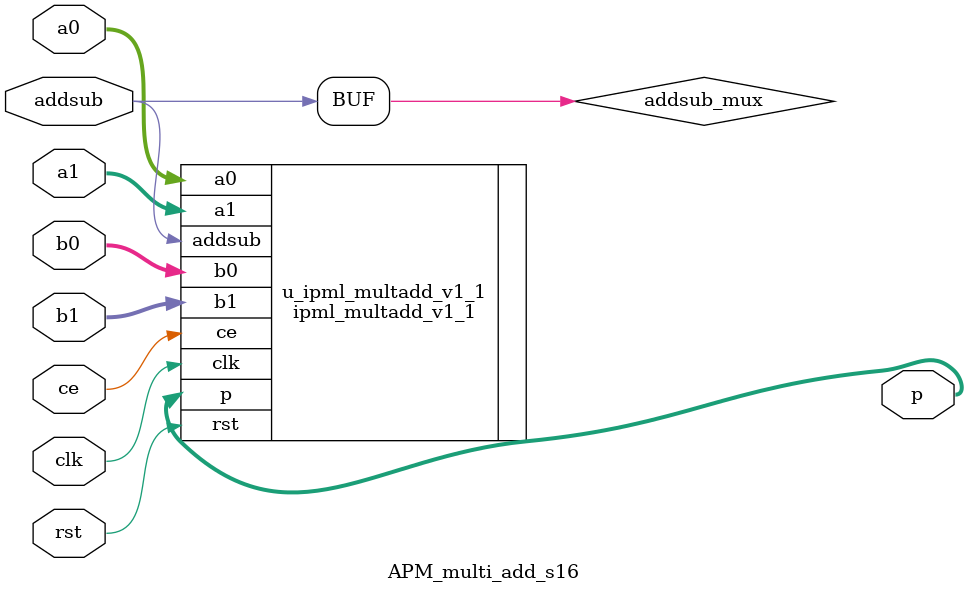
<source format=v>



module APM_multi_add_s16
( 
      ce      ,
      rst     ,
      clk     ,
      a0      ,
      a1      ,
      b0      ,
      b1      ,
     
      addsub  ,
     
      p
);



localparam ASIZE = 16 ; //@IPC int 2,54

localparam BSIZE = 16 ; //@IPC int 2,54

localparam A_SIGNED = 1 ; //@IPC enum 0,1

localparam B_SIGNED = 1 ; //@IPC enum 0,1

localparam ASYNC_RST = 1 ; //@IPC enum 0,1

localparam OPTIMAL_TIMING = 0 ; //@IPC enum 0,1

localparam INREG_EN = 0 ; //@IPC enum 0,1

localparam PIPEREG_EN_1 = 1 ; //@IPC enum 0,1

localparam PIPEREG_EN_2 = 0 ; //@IPC enum 0,1

localparam PIPEREG_EN_3 = 0 ; //@IPC enum 0,1

localparam OUTREG_EN = 0 ; //@IPC enum 0,1

//tmp variable for ipc purpose

localparam PIPE_STATUS = 1 ; //@IPC enum 0,1,2,3,4,5

localparam ASYNC_RST_BOOL = 1 ; //@IPC bool

//end of tmp variable

localparam DYN_ADDSUB_OP = 1 ; //@IPC bool

localparam ADDSUB_OP = 0 ; //@IPC bool

localparam OPTIMAL_TIMING_BOOL = 0 ; //@IPC bool
 

localparam  GRS_EN       = "FALSE"     ;
                                       
localparam  PSIZE = ASIZE + BSIZE +1   ;

input                ce                ;
input                rst               ;
input                clk               ;
input  [ASIZE-1:0]   a0                ;
input  [ASIZE-1:0]   a1                ;
input  [BSIZE-1:0]   b0                ;
input  [BSIZE-1:0]   b1                ;

input                addsub            ;

output [PSIZE-1:0]   p                 ;

wire                 addsub            ;
wire                 addsub_mux        ;

assign addsub_mux = (DYN_ADDSUB_OP == 1) ? addsub : 1'b0;
 
ipml_multadd_v1_1
#(  
    .ASIZE            ( ASIZE           ),
    .BSIZE            ( BSIZE           ),
    .OPTIMAL_TIMING   ( OPTIMAL_TIMING  ),
    .INREG_EN         ( INREG_EN        ),     
    .PIPEREG_EN_1     ( PIPEREG_EN_1    ),      
    .PIPEREG_EN_2     ( PIPEREG_EN_2    ),
    .PIPEREG_EN_3     ( PIPEREG_EN_3    ),
    .OUTREG_EN        ( OUTREG_EN       ),
    .GRS_EN           ( GRS_EN          ),  
    .A_SIGNED         ( A_SIGNED        ),     
    .B_SIGNED         ( B_SIGNED        ),     
    .ASYNC_RST        ( ASYNC_RST       ),          
    .ADDSUB_OP        ( ADDSUB_OP       ),   
    .DYN_ADDSUB_OP    ( DYN_ADDSUB_OP   )
) u_ipml_multadd_v1_1
(
    .ce               ( ce          ),
    .rst              ( rst         ),
    .clk              ( clk         ),
    .a0               ( a0          ),
    .a1               ( a1          ),
    .b0               ( b0          ),
    .b1               ( b1          ),
    .addsub           ( addsub_mux  ),     
    .p                ( p           )
);
endmodule


</source>
